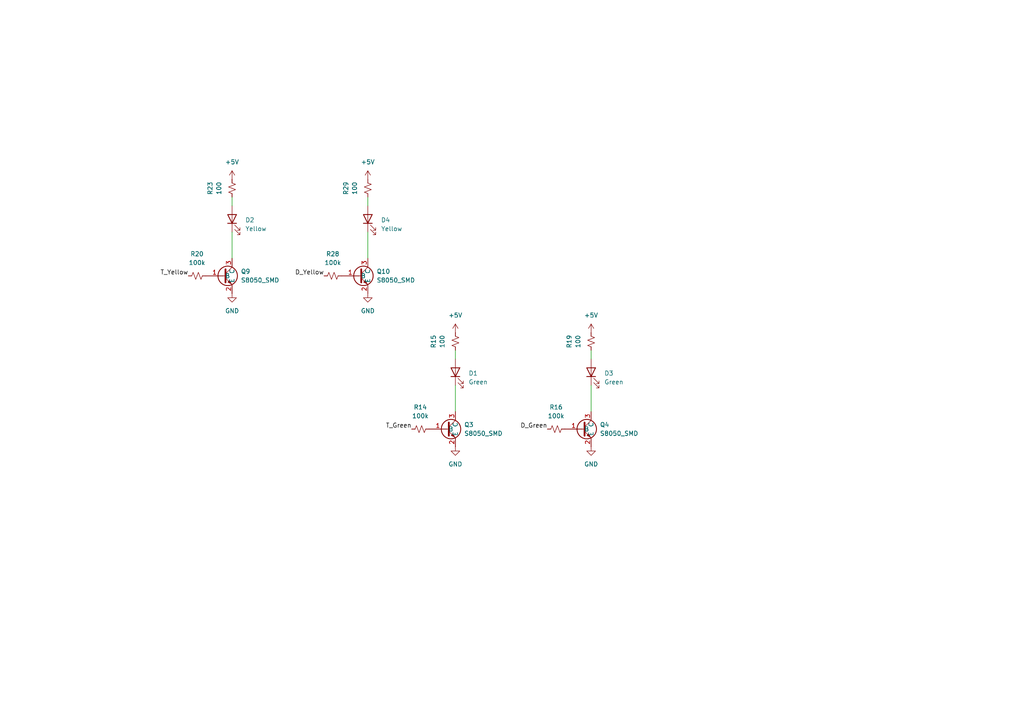
<source format=kicad_sch>
(kicad_sch (version 20231120) (generator "eeschema") (generator_version "8.0")
  (paper "A4")
  (lib_symbols
    (symbol "Device:LED" (pin_numbers hide) (pin_names (offset 1.016) hide)
      (property "Reference" "D" (at 0 2.54 0))
      (property "Value" "LED" (at 0 -2.54 0))
      (symbol "LED_0_1"
        (polyline (pts (xy -1.27 -1.27) (xy -1.27 1.27)) (stroke (width 0.254)))
        (polyline (pts (xy -1.27 0) (xy 1.27 0)))
        (polyline (pts (xy 1.27 -1.27) (xy 1.27 1.27) (xy -1.27 0) (xy 1.27 -1.27)) (stroke (width 0.254)))
        (polyline (pts (xy -3.048 -0.762) (xy -4.572 -2.286) (xy -3.81 -2.286) (xy -4.572 -2.286) (xy -4.572 -1.524)))
        (polyline (pts (xy -1.778 -0.762) (xy -3.302 -2.286) (xy -2.54 -2.286) (xy -3.302 -2.286) (xy -3.302 -1.524)))
      )
      (symbol "LED_1_1"
        (pin passive line (at -3.81 0 0) (length 2.54) (name "K") (number "1"))
        (pin passive line (at 3.81 0 180) (length 2.54) (name "A") (number "2"))
      )
    )
    (symbol "Device:R_Small_US" (pin_numbers hide) (pin_names (offset 0.254) hide)
      (property "Reference" "R" (at 0.762 0.508 0))
      (property "Value" "R_Small_US" (at 0.762 -1.016 0))
      (symbol "R_Small_US_1_1"
        (polyline (pts (xy 0 0) (xy 1.016 -0.381) (xy 0 -0.762) (xy -1.016 -1.143) (xy 0 -1.524)))
        (polyline (pts (xy 0 1.524) (xy 1.016 1.143) (xy 0 0.762) (xy -1.016 0.381) (xy 0 0)))
        (pin passive line (at 0 2.54 270) (length 1.016) (name "~") (number "1"))
        (pin passive line (at 0 -2.54 90) (length 1.016) (name "~") (number "2"))
      )
    )
    (symbol "UCT:S8050_SMD"
      (property "Reference" "Q" (at -11.3284 6.2484 0))
      (property "Value" "S8050_SMD" (at -6.4008 4.1656 0))
      (symbol "S8050_SMD_0_1"
        (polyline (pts (xy -1.27 0) (xy -0.635 0)))
        (polyline (pts (xy 1.27 -2.54) (xy -0.635 -0.635)))
        (polyline (pts (xy 1.27 2.54) (xy -0.635 0.635)))
        (polyline (pts (xy -0.635 1.905) (xy -0.635 -1.905) (xy -0.635 -1.905)) (stroke (width 0.508)) (fill (type outline)))
        (polyline (pts (xy 0.5588 -1.3208) (xy 0.0508 -1.8288) (xy 1.0668 -2.3368) (xy 0.5588 -1.3208) (xy 0.5588 -1.3208)) (fill (type outline)))
        (circle (center 0 0) (radius 2.8194) (stroke (width 0.254)))
      )
      (symbol "S8050_SMD_1_1"
        (pin input line (at -6.35 0 0) (length 5.08) (name "B") (number "1"))
        (pin passive line (at 1.27 -5.08 90) (length 2.54) (name "E") (number "2"))
        (pin passive line (at 1.27 5.08 270) (length 2.54) (name "C") (number "3"))
      )
    )
    (symbol "power:+5V" (power) (pin_numbers hide) (pin_names (offset 0) hide)
      (property "Value" "+5V" (at 0 3.556 0))
      (symbol "+5V_0_1"
        (polyline (pts (xy -0.762 1.27) (xy 0 2.54)))
        (polyline (pts (xy 0 0) (xy 0 2.54)))
        (polyline (pts (xy 0 2.54) (xy 0.762 1.27)))
      )
      (symbol "+5V_1_1"
        (pin power_in line (at 0 0 90) (length 0) (name "~") (number "1"))
      )
    )
    (symbol "power:GND" (power) (pin_numbers hide) (pin_names (offset 0) hide)
      (property "Value" "GND" (at 0 -3.81 0))
      (symbol "GND_0_1"
        (polyline (pts (xy 0 0) (xy 0 -1.27) (xy 1.27 -1.27) (xy 0 -2.54) (xy -1.27 -1.27) (xy 0 -1.27)))
      )
      (symbol "GND_1_1"
        (pin power_in line (at 0 0 270) (length 0) (name "~") (number "1"))
      )
    )
  )
  (wire (pts (xy 171.45 101.6) (xy 171.45 104.14)))
  (wire (pts (xy 106.68 57.15) (xy 106.68 59.69)))
  (wire (pts (xy 67.31 67.31) (xy 67.31 74.93)))
  (wire (pts (xy 106.68 67.31) (xy 106.68 74.93)))
  (wire (pts (xy 67.31 57.15) (xy 67.31 59.69)))
  (wire (pts (xy 132.08 111.76) (xy 132.08 119.38)))
  (wire (pts (xy 171.45 111.76) (xy 171.45 119.38)))
  (wire (pts (xy 132.08 101.6) (xy 132.08 104.14)))
  (label "T_Green" (at 119.38 124.46 180))
  (label "D_Yellow" (at 93.98 80.01 180))
  (label "D_Green" (at 158.75 124.46 180))
  (label "T_Yellow" (at 54.61 80.01 180))
  (symbol (lib_id "Device:R_Small_US") (at 96.52 80.01 90) (unit 1)
    (property "Reference" "R28" (at 96.52 73.66 90))
    (property "Value" "100k" (at 96.52 76.2 90))
    (property "Footprint" "Resistor_SMD:R_1206_3216Metric" (effects (hide yes)))
    (property "Description" "Resistor, small US symbol" (effects (hide yes)))
    (property "LCSC" "C17900" (effects (hide yes)))
  )
  (symbol (lib_id "UCT:S8050_SMD") (at 130.81 124.46 0) (unit 1)
    (property "Reference" "Q3" (at 134.62 123.1899 0) (effects (justify left)))
    (property "Value" "S8050_SMD" (at 134.62 125.7299 0) (effects (justify left)))
    (property "Footprint" "Package_TO_SOT_SMD:SOT-23" (effects (hide yes)))
    (property "Datasheet" "https://datasheet.lcsc.com/lcsc/2303221100_Jiangsu-Changjing-Electronics-Technology-Co---Ltd--SS8050_C2150.pdf" (effects (hide yes)))
    (property "LCSC" "C2146" (effects (hide yes)))
  )
  (symbol (lib_id "Device:LED") (at 106.68 63.5 90) (unit 1)
    (property "Reference" "D4" (at 110.49 63.8174 90) (effects (justify right)))
    (property "Value" "Yellow" (at 110.49 66.3574 90) (effects (justify right)))
    (property "Footprint" "Diode_SMD:D_0805_2012Metric" (effects (hide yes)))
    (property "Description" "Light emitting diode" (effects (hide yes)))
    (property "LCSC" "C2296" (effects (hide yes)))
  )
  (symbol (lib_id "Device:R_Small_US") (at 171.45 99.06 180) (unit 1)
    (property "Reference" "R19" (at 165.1 99.06 90))
    (property "Value" "100" (at 167.64 99.06 90))
    (property "Footprint" "Resistor_SMD:R_0603_1608Metric" (effects (hide yes)))
    (property "Description" "Resistor, small US symbol" (effects (hide yes)))
    (property "LCSC" "C25076" (effects (hide yes)))
  )
  (symbol (lib_id "power:GND") (at 171.45 129.54 0) (unit 1)
    (property "Reference" "#PWR025" (effects (hide yes)))
    (property "Value" "GND" (at 171.45 134.62 0))
    (property "Description" "Power symbol creates a global label with name \"GND\" , ground" (effects (hide yes)))
  )
  (symbol (lib_id "Device:R_Small_US") (at 67.31 54.61 180) (unit 1)
    (property "Reference" "R23" (at 60.96 54.61 90))
    (property "Value" "100" (at 63.5 54.61 90))
    (property "Footprint" "Resistor_SMD:R_0603_1608Metric" (effects (hide yes)))
    (property "Description" "Resistor, small US symbol" (effects (hide yes)))
    (property "LCSC" "C25076" (effects (hide yes)))
  )
  (symbol (lib_id "power:+5V") (at 67.31 52.07 0) (unit 1)
    (property "Reference" "#PWR026" (effects (hide yes)))
    (property "Value" "+5V" (at 67.31 46.99 0))
    (property "Description" "Power symbol creates a global label with name \"+5V\"" (effects (hide yes)))
  )
  (symbol (lib_id "power:+5V") (at 106.68 52.07 0) (unit 1)
    (property "Reference" "#PWR042" (effects (hide yes)))
    (property "Value" "+5V" (at 106.68 46.99 0))
    (property "Description" "Power symbol creates a global label with name \"+5V\"" (effects (hide yes)))
  )
  (symbol (lib_id "UCT:S8050_SMD") (at 66.04 80.01 0) (unit 1)
    (property "Reference" "Q9" (at 69.85 78.7399 0) (effects (justify left)))
    (property "Value" "S8050_SMD" (at 69.85 81.2799 0) (effects (justify left)))
    (property "Footprint" "Package_TO_SOT_SMD:SOT-23" (effects (hide yes)))
    (property "Datasheet" "https://datasheet.lcsc.com/lcsc/2303221100_Jiangsu-Changjing-Electronics-Technology-Co---Ltd--SS8050_C2150.pdf" (effects (hide yes)))
    (property "LCSC" "C2146" (effects (hide yes)))
  )
  (symbol (lib_id "power:+5V") (at 132.08 96.52 0) (unit 1)
    (property "Reference" "#PWR021" (effects (hide yes)))
    (property "Value" "+5V" (at 132.08 91.44 0))
    (property "Description" "Power symbol creates a global label with name \"+5V\"" (effects (hide yes)))
  )
  (symbol (lib_id "Device:R_Small_US") (at 121.92 124.46 90) (unit 1)
    (property "Reference" "R14" (at 121.92 118.11 90))
    (property "Value" "100k" (at 121.92 120.65 90))
    (property "Footprint" "Resistor_SMD:R_1206_3216Metric" (effects (hide yes)))
    (property "Description" "Resistor, small US symbol" (effects (hide yes)))
    (property "LCSC" "C17900" (effects (hide yes)))
  )
  (symbol (lib_id "Device:R_Small_US") (at 106.68 54.61 180) (unit 1)
    (property "Reference" "R29" (at 100.33 54.61 90))
    (property "Value" "100" (at 102.87 54.61 90))
    (property "Footprint" "Resistor_SMD:R_0603_1608Metric" (effects (hide yes)))
    (property "Description" "Resistor, small US symbol" (effects (hide yes)))
    (property "LCSC" "C25076" (effects (hide yes)))
  )
  (symbol (lib_id "Device:R_Small_US") (at 132.08 99.06 180) (unit 1)
    (property "Reference" "R15" (at 125.73 99.06 90))
    (property "Value" "100" (at 128.27 99.06 90))
    (property "Footprint" "Resistor_SMD:R_0603_1608Metric" (effects (hide yes)))
    (property "Description" "Resistor, small US symbol" (effects (hide yes)))
    (property "LCSC" "C25076" (effects (hide yes)))
  )
  (symbol (lib_id "UCT:S8050_SMD") (at 105.41 80.01 0) (unit 1)
    (property "Reference" "Q10" (at 109.22 78.7399 0) (effects (justify left)))
    (property "Value" "S8050_SMD" (at 109.22 81.2799 0) (effects (justify left)))
    (property "Footprint" "Package_TO_SOT_SMD:SOT-23" (effects (hide yes)))
    (property "Datasheet" "https://datasheet.lcsc.com/lcsc/2303221100_Jiangsu-Changjing-Electronics-Technology-Co---Ltd--SS8050_C2150.pdf" (effects (hide yes)))
    (property "LCSC" "C2146" (effects (hide yes)))
  )
  (symbol (lib_id "Device:LED") (at 132.08 107.95 90) (unit 1)
    (property "Reference" "D1" (at 135.89 108.2674 90) (effects (justify right)))
    (property "Value" "Green" (at 135.89 110.8074 90) (effects (justify right)))
    (property "Footprint" "Diode_SMD:D_0805_2012Metric" (effects (hide yes)))
    (property "Description" "Light emitting diode" (effects (hide yes)))
    (property "LCSC" "C2297" (effects (hide yes)))
  )
  (symbol (lib_id "Device:R_Small_US") (at 57.15 80.01 90) (unit 1)
    (property "Reference" "R20" (at 57.15 73.66 90))
    (property "Value" "100k" (at 57.15 76.2 90))
    (property "Footprint" "Resistor_SMD:R_1206_3216Metric" (effects (hide yes)))
    (property "Description" "Resistor, small US symbol" (effects (hide yes)))
    (property "LCSC" "C17900" (effects (hide yes)))
  )
  (symbol (lib_id "UCT:S8050_SMD") (at 170.18 124.46 0) (unit 1)
    (property "Reference" "Q4" (at 173.99 123.1899 0) (effects (justify left)))
    (property "Value" "S8050_SMD" (at 173.99 125.7299 0) (effects (justify left)))
    (property "Footprint" "Package_TO_SOT_SMD:SOT-23" (effects (hide yes)))
    (property "Datasheet" "https://datasheet.lcsc.com/lcsc/2303221100_Jiangsu-Changjing-Electronics-Technology-Co---Ltd--SS8050_C2150.pdf" (effects (hide yes)))
    (property "LCSC" "C2146" (effects (hide yes)))
  )
  (symbol (lib_id "power:+5V") (at 171.45 96.52 0) (unit 1)
    (property "Reference" "#PWR022" (effects (hide yes)))
    (property "Value" "+5V" (at 171.45 91.44 0))
    (property "Description" "Power symbol creates a global label with name \"+5V\"" (effects (hide yes)))
  )
  (symbol (lib_id "Device:LED") (at 171.45 107.95 90) (unit 1)
    (property "Reference" "D3" (at 175.26 108.2674 90) (effects (justify right)))
    (property "Value" "Green" (at 175.26 110.8074 90) (effects (justify right)))
    (property "Footprint" "Diode_SMD:D_0805_2012Metric" (effects (hide yes)))
    (property "Description" "Light emitting diode" (effects (hide yes)))
    (property "LCSC" "C2297" (effects (hide yes)))
  )
  (symbol (lib_id "Device:R_Small_US") (at 161.29 124.46 90) (unit 1)
    (property "Reference" "R16" (at 161.29 118.11 90))
    (property "Value" "100k" (at 161.29 120.65 90))
    (property "Footprint" "Resistor_SMD:R_1206_3216Metric" (effects (hide yes)))
    (property "Description" "Resistor, small US symbol" (effects (hide yes)))
    (property "LCSC" "C17900" (effects (hide yes)))
  )
  (symbol (lib_id "power:GND") (at 132.08 129.54 0) (unit 1)
    (property "Reference" "#PWR03" (effects (hide yes)))
    (property "Value" "GND" (at 132.08 134.62 0))
    (property "Description" "Power symbol creates a global label with name \"GND\" , ground" (effects (hide yes)))
  )
  (symbol (lib_id "power:GND") (at 67.31 85.09 0) (unit 1)
    (property "Reference" "#PWR041" (effects (hide yes)))
    (property "Value" "GND" (at 67.31 90.17 0))
    (property "Description" "Power symbol creates a global label with name \"GND\" , ground" (effects (hide yes)))
  )
  (symbol (lib_id "power:GND") (at 106.68 85.09 0) (unit 1)
    (property "Reference" "#PWR043" (effects (hide yes)))
    (property "Value" "GND" (at 106.68 90.17 0))
    (property "Description" "Power symbol creates a global label with name \"GND\" , ground" (effects (hide yes)))
  )
  (symbol (lib_id "Device:LED") (at 67.31 63.5 90) (unit 1)
    (property "Reference" "D2" (at 71.12 63.8174 90) (effects (justify right)))
    (property "Value" "Yellow" (at 71.12 66.3574 90) (effects (justify right)))
    (property "Footprint" "Diode_SMD:D_0805_2012Metric" (effects (hide yes)))
    (property "Description" "Light emitting diode" (effects (hide yes)))
    (property "LCSC" "C2296" (effects (hide yes)))
  )
)
</source>
